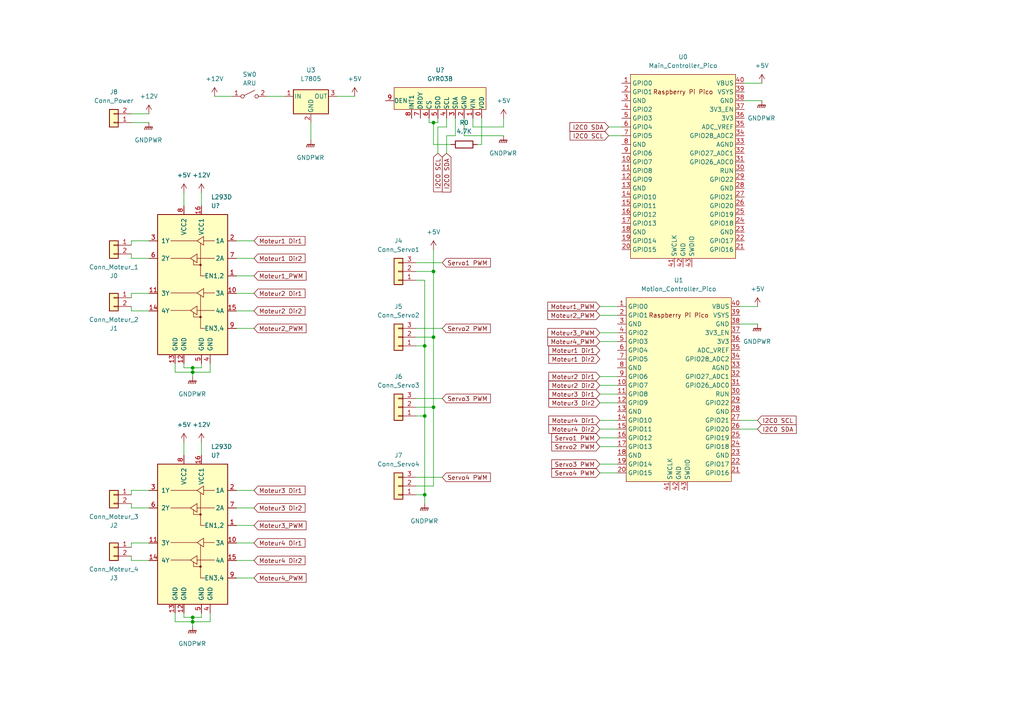
<source format=kicad_sch>
(kicad_sch (version 20211123) (generator eeschema)
  (paper "A4")
  (lib_symbols
    (symbol "Connector_Generic:Conn_01x02" (pin_names (offset 1.016) hide)
      (property "Reference" "J" (at 0 2.54 0))
      (property "Value" "Conn_01x02" (at 0 -5.08 0))
      (symbol "Conn_01x02_1_1"
        (rectangle (start -1.27 -2.413) (end 0 -2.667) (stroke (width 0.1524)))
        (rectangle (start -1.27 0.127) (end 0 -0.127) (stroke (width 0.1524)))
        (rectangle (start -1.27 1.27) (end 1.27 -3.81) (stroke (width 0.254)) (fill (type background)))
        (pin passive line (at -5.08 0 0) (length 3.81) (name "Pin_1") (number "1"))
        (pin passive line (at -5.08 -2.54 0) (length 3.81) (name "Pin_2") (number "2"))
      )
    )
    (symbol "Connector_Generic:Conn_01x03" (pin_names (offset 1.016) hide)
      (property "Reference" "J" (at 0 5.08 0))
      (property "Value" "Conn_01x03" (at 0 -5.08 0))
      (symbol "Conn_01x03_1_1"
        (rectangle (start -1.27 -2.413) (end 0 -2.667) (stroke (width 0.1524)))
        (rectangle (start -1.27 0.127) (end 0 -0.127) (stroke (width 0.1524)))
        (rectangle (start -1.27 2.667) (end 0 2.413) (stroke (width 0.1524)))
        (rectangle (start -1.27 3.81) (end 1.27 -3.81) (stroke (width 0.254)) (fill (type background)))
        (pin passive line (at -5.08 2.54 0) (length 3.81) (name "Pin_1") (number "1"))
        (pin passive line (at -5.08 0 0) (length 3.81) (name "Pin_2") (number "2"))
        (pin passive line (at -5.08 -2.54 0) (length 3.81) (name "Pin_3") (number "3"))
      )
    )
    (symbol "Device:R" (pin_numbers hide) (pin_names (offset 0))
      (property "Reference" "R" (at 2.032 0 90))
      (property "Value" "R" (at 0 0 90))
      (symbol "R_0_1"
        (rectangle (start -1.016 -2.54) (end 1.016 2.54) (stroke (width 0.254)))
      )
      (symbol "R_1_1"
        (pin passive line (at 0 3.81 270) (length 1.27) (name "~") (number "1"))
        (pin passive line (at 0 -3.81 90) (length 1.27) (name "~") (number "2"))
      )
    )
    (symbol "Driver_Motor:L293D" (pin_names (offset 1.016))
      (property "Reference" "U" (at -5.08 26.035 0))
      (property "Value" "L293D" (at -5.08 24.13 0))
      (symbol "L293D_0_1"
        (rectangle (start -10.16 22.86) (end 10.16 -17.78) (stroke (width 0.254)) (fill (type background)))
        (circle (center -2.286 -6.858) (radius 0.254) (fill (type outline)))
        (circle (center -2.286 8.255) (radius 0.254) (fill (type outline)))
        (polyline (pts (xy -6.35 -4.953) (xy -1.27 -4.953)))
        (polyline (pts (xy -6.35 0.127) (xy -3.175 0.127)))
        (polyline (pts (xy -6.35 10.16) (xy -1.27 10.16)))
        (polyline (pts (xy -6.35 15.24) (xy -3.175 15.24)))
        (polyline (pts (xy -1.27 0.127) (xy 6.35 0.127)))
        (polyline (pts (xy -1.27 15.24) (xy 6.35 15.24)))
        (polyline (pts (xy 0.635 -4.953) (xy 6.35 -4.953)))
        (polyline (pts (xy 0.635 10.16) (xy 6.35 10.16)))
        (polyline (pts (xy -2.286 -6.858) (xy -0.254 -6.858) (xy -0.254 -5.588)))
        (polyline (pts (xy -2.286 -0.635) (xy -2.286 -10.16) (xy -3.556 -10.16)))
        (polyline (pts (xy -2.286 8.255) (xy -0.254 8.255) (xy -0.254 9.525)))
        (polyline (pts (xy -2.286 14.478) (xy -2.286 5.08) (xy -3.556 5.08)))
        (polyline (pts (xy -3.175 1.397) (xy -3.175 -1.143) (xy -1.27 0.127) (xy -3.175 1.397)))
        (polyline (pts (xy -3.175 16.51) (xy -3.175 13.97) (xy -1.27 15.24) (xy -3.175 16.51)))
        (polyline (pts (xy -1.27 -3.683) (xy -1.27 -6.223) (xy 0.635 -4.953) (xy -1.27 -3.683)))
        (polyline (pts (xy -1.27 11.43) (xy -1.27 8.89) (xy 0.635 10.16) (xy -1.27 11.43)))
      )
      (symbol "L293D_1_1"
        (pin input line (at -12.7 5.08 0) (length 2.54) (name "EN1,2") (number "1"))
        (pin input line (at -12.7 0 0) (length 2.54) (name "3A") (number "10"))
        (pin output line (at 12.7 0 180) (length 2.54) (name "3Y") (number "11"))
        (pin power_in line (at 2.54 -20.32 90) (length 2.54) (name "GND") (number "12"))
        (pin power_in line (at 5.08 -20.32 90) (length 2.54) (name "GND") (number "13"))
        (pin output line (at 12.7 -5.08 180) (length 2.54) (name "4Y") (number "14"))
        (pin input line (at -12.7 -5.08 0) (length 2.54) (name "4A") (number "15"))
        (pin power_in line (at -2.54 25.4 270) (length 2.54) (name "VCC1") (number "16"))
        (pin input line (at -12.7 15.24 0) (length 2.54) (name "1A") (number "2"))
        (pin output line (at 12.7 15.24 180) (length 2.54) (name "1Y") (number "3"))
        (pin power_in line (at -5.08 -20.32 90) (length 2.54) (name "GND") (number "4"))
        (pin power_in line (at -2.54 -20.32 90) (length 2.54) (name "GND") (number "5"))
        (pin output line (at 12.7 10.16 180) (length 2.54) (name "2Y") (number "6"))
        (pin input line (at -12.7 10.16 0) (length 2.54) (name "2A") (number "7"))
        (pin power_in line (at 2.54 25.4 270) (length 2.54) (name "VCC2") (number "8"))
        (pin input line (at -12.7 -10.16 0) (length 2.54) (name "EN3,4") (number "9"))
      )
    )
    (symbol "GYR03B_Library:GYR03B" (pin_names (offset 0.002))
      (property "Reference" "U" (at 0 8.89 0))
      (property "Value" "GYR03B" (at 0 6.35 0))
      (symbol "GYR03B_0_1"
        (rectangle (start -13.97 1.27) (end 12.7 -5.08) (fill (type background)))
      )
      (symbol "GYR03B_1_1"
        (pin input line (at 11.43 -7.62 90) (length 2.54) (name "VDD") (number "0"))
        (pin input line (at 8.89 -7.62 90) (length 2.54) (name "VIN") (number "1"))
        (pin input line (at 6.35 -7.62 90) (length 2.54) (name "GND") (number "2"))
        (pin input line (at 3.81 -7.62 90) (length 2.54) (name "SDA") (number "3"))
        (pin input line (at 1.27 -7.62 90) (length 2.54) (name "SCL") (number "4"))
        (pin input line (at -1.27 -7.62 90) (length 2.54) (name "SDO") (number "5"))
        (pin input line (at -3.81 -7.62 90) (length 2.54) (name "CS") (number "6"))
        (pin input line (at -6.35 -7.62 90) (length 2.54) (name "DRDY") (number "7"))
        (pin input line (at -8.89 -7.62 90) (length 2.54) (name "INT1") (number "8"))
        (pin input line (at -16.51 -2.54 0) (length 2.54) (name "DEN") (number "9"))
      )
    )
    (symbol "MCU_RaspberryPi_and_Boards:Pico"
      (property "Reference" "U" (at -13.97 27.94 0))
      (property "Value" "Pico" (at 0 19.05 0))
      (symbol "Pico_0_0"
        (text "Raspberry Pi Pico" (at 0 21.59 0) (effects (font (size 1.27 1.27))))
      )
      (symbol "Pico_0_1"
        (rectangle (start -15.24 26.67) (end 15.24 -26.67) (fill (type background)))
      )
      (symbol "Pico_1_1"
        (pin bidirectional line (at -17.78 24.13 0) (length 2.54) (name "GPIO0") (number "1"))
        (pin bidirectional line (at -17.78 1.27 0) (length 2.54) (name "GPIO7") (number "10"))
        (pin bidirectional line (at -17.78 -1.27 0) (length 2.54) (name "GPIO8") (number "11"))
        (pin bidirectional line (at -17.78 -3.81 0) (length 2.54) (name "GPIO9") (number "12"))
        (pin power_in line (at -17.78 -6.35 0) (length 2.54) (name "GND") (number "13"))
        (pin bidirectional line (at -17.78 -8.89 0) (length 2.54) (name "GPIO10") (number "14"))
        (pin bidirectional line (at -17.78 -11.43 0) (length 2.54) (name "GPIO11") (number "15"))
        (pin bidirectional line (at -17.78 -13.97 0) (length 2.54) (name "GPIO12") (number "16"))
        (pin bidirectional line (at -17.78 -16.51 0) (length 2.54) (name "GPIO13") (number "17"))
        (pin power_in line (at -17.78 -19.05 0) (length 2.54) (name "GND") (number "18"))
        (pin bidirectional line (at -17.78 -21.59 0) (length 2.54) (name "GPIO14") (number "19"))
        (pin bidirectional line (at -17.78 21.59 0) (length 2.54) (name "GPIO1") (number "2"))
        (pin bidirectional line (at -17.78 -24.13 0) (length 2.54) (name "GPIO15") (number "20"))
        (pin bidirectional line (at 17.78 -24.13 180) (length 2.54) (name "GPIO16") (number "21"))
        (pin bidirectional line (at 17.78 -21.59 180) (length 2.54) (name "GPIO17") (number "22"))
        (pin power_in line (at 17.78 -19.05 180) (length 2.54) (name "GND") (number "23"))
        (pin bidirectional line (at 17.78 -16.51 180) (length 2.54) (name "GPIO18") (number "24"))
        (pin bidirectional line (at 17.78 -13.97 180) (length 2.54) (name "GPIO19") (number "25"))
        (pin bidirectional line (at 17.78 -11.43 180) (length 2.54) (name "GPIO20") (number "26"))
        (pin bidirectional line (at 17.78 -8.89 180) (length 2.54) (name "GPIO21") (number "27"))
        (pin power_in line (at 17.78 -6.35 180) (length 2.54) (name "GND") (number "28"))
        (pin bidirectional line (at 17.78 -3.81 180) (length 2.54) (name "GPIO22") (number "29"))
        (pin power_in line (at -17.78 19.05 0) (length 2.54) (name "GND") (number "3"))
        (pin input line (at 17.78 -1.27 180) (length 2.54) (name "RUN") (number "30"))
        (pin bidirectional line (at 17.78 1.27 180) (length 2.54) (name "GPIO26_ADC0") (number "31"))
        (pin bidirectional line (at 17.78 3.81 180) (length 2.54) (name "GPIO27_ADC1") (number "32"))
        (pin power_in line (at 17.78 6.35 180) (length 2.54) (name "AGND") (number "33"))
        (pin bidirectional line (at 17.78 8.89 180) (length 2.54) (name "GPIO28_ADC2") (number "34"))
        (pin power_in line (at 17.78 11.43 180) (length 2.54) (name "ADC_VREF") (number "35"))
        (pin power_in line (at 17.78 13.97 180) (length 2.54) (name "3V3") (number "36"))
        (pin input line (at 17.78 16.51 180) (length 2.54) (name "3V3_EN") (number "37"))
        (pin bidirectional line (at 17.78 19.05 180) (length 2.54) (name "GND") (number "38"))
        (pin power_in line (at 17.78 21.59 180) (length 2.54) (name "VSYS") (number "39"))
        (pin bidirectional line (at -17.78 16.51 0) (length 2.54) (name "GPIO2") (number "4"))
        (pin power_in line (at 17.78 24.13 180) (length 2.54) (name "VBUS") (number "40"))
        (pin input line (at -2.54 -29.21 90) (length 2.54) (name "SWCLK") (number "41"))
        (pin power_in line (at 0 -29.21 90) (length 2.54) (name "GND") (number "42"))
        (pin bidirectional line (at 2.54 -29.21 90) (length 2.54) (name "SWDIO") (number "43"))
        (pin bidirectional line (at -17.78 13.97 0) (length 2.54) (name "GPIO3") (number "5"))
        (pin bidirectional line (at -17.78 11.43 0) (length 2.54) (name "GPIO4") (number "6"))
        (pin bidirectional line (at -17.78 8.89 0) (length 2.54) (name "GPIO5") (number "7"))
        (pin power_in line (at -17.78 6.35 0) (length 2.54) (name "GND") (number "8"))
        (pin bidirectional line (at -17.78 3.81 0) (length 2.54) (name "GPIO6") (number "9"))
      )
    )
    (symbol "Regulator_Linear:L7805" (pin_names (offset 0.254))
      (property "Reference" "U" (at -3.81 3.175 0))
      (property "Value" "L7805" (at 0 3.175 0))
      (symbol "L7805_0_1"
        (rectangle (start -5.08 1.905) (end 5.08 -5.08) (stroke (width 0.254)) (fill (type background)))
      )
      (symbol "L7805_1_1"
        (pin power_in line (at -7.62 0 0) (length 2.54) (name "IN") (number "1"))
        (pin power_in line (at 0 -7.62 90) (length 2.54) (name "GND") (number "2"))
        (pin power_out line (at 7.62 0 180) (length 2.54) (name "OUT") (number "3"))
      )
    )
    (symbol "Switch:SW_SPST" (pin_names (offset 0) hide)
      (property "Reference" "SW" (at 0 3.175 0))
      (property "Value" "SW_SPST" (at 0 -2.54 0))
      (symbol "SW_SPST_0_0"
        (circle (center -2.032 0) (radius 0.508))
        (polyline (pts (xy -1.524 0.254) (xy 1.524 1.778)))
        (circle (center 2.032 0) (radius 0.508))
      )
      (symbol "SW_SPST_1_1"
        (pin passive line (at -5.08 0 0) (length 2.54) (name "A") (number "1"))
        (pin passive line (at 5.08 0 180) (length 2.54) (name "B") (number "2"))
      )
    )
    (symbol "power:+12V" (power) (pin_names (offset 0))
      (property "Value" "+12V" (at 0 3.556 0))
      (symbol "+12V_0_1"
        (polyline (pts (xy -0.762 1.27) (xy 0 2.54)))
        (polyline (pts (xy 0 0) (xy 0 2.54)))
        (polyline (pts (xy 0 2.54) (xy 0.762 1.27)))
      )
      (symbol "+12V_1_1"
        (pin power_in line (at 0 0 90) (length 0) hide (name "+12V") (number "1"))
      )
    )
    (symbol "power:+5V" (power) (pin_names (offset 0))
      (property "Value" "+5V" (at 0 3.556 0))
      (symbol "+5V_0_1"
        (polyline (pts (xy -0.762 1.27) (xy 0 2.54)))
        (polyline (pts (xy 0 0) (xy 0 2.54)))
        (polyline (pts (xy 0 2.54) (xy 0.762 1.27)))
      )
      (symbol "+5V_1_1"
        (pin power_in line (at 0 0 90) (length 0) hide (name "+5V") (number "1"))
      )
    )
    (symbol "power:GNDPWR" (power) (pin_names (offset 0))
      (property "Value" "GNDPWR" (at 0 -3.302 0))
      (symbol "GNDPWR_0_1"
        (polyline (pts (xy 0 -1.27) (xy 0 0)))
        (polyline (pts (xy -1.016 -1.27) (xy -1.27 -2.032) (xy -1.27 -2.032)) (stroke (width 0.2032)))
        (polyline (pts (xy -0.508 -1.27) (xy -0.762 -2.032) (xy -0.762 -2.032)) (stroke (width 0.2032)))
        (polyline (pts (xy 0 -1.27) (xy -0.254 -2.032) (xy -0.254 -2.032)) (stroke (width 0.2032)))
        (polyline (pts (xy 0.508 -1.27) (xy 0.254 -2.032) (xy 0.254 -2.032)) (stroke (width 0.2032)))
        (polyline (pts (xy 1.016 -1.27) (xy -1.016 -1.27) (xy -1.016 -1.27)) (stroke (width 0.2032)))
        (polyline (pts (xy 1.016 -1.27) (xy 0.762 -2.032) (xy 0.762 -2.032) (xy 0.762 -2.032)) (stroke (width 0.2032)))
      )
      (symbol "GNDPWR_1_1"
        (pin power_in line (at 0 0 270) (length 0) hide (name "GNDPWR") (number "1"))
      )
    )
  )
  (junction (at 123.19 143.51))
  (junction (at 125.73 78.74))
  (junction (at 123.19 100.33))
  (junction (at 55.88 179.07))
  (junction (at 55.88 180.34))
  (junction (at 125.73 97.79))
  (junction (at 125.73 118.11))
  (junction (at 55.88 107.95))
  (junction (at 55.88 106.68))
  (junction (at 123.19 120.65))
  (junction (at 125.73 35.56))
  (wire (pts (xy 38.1 162.56) (xy 43.18 162.56)))
  (wire (pts (xy 173.99 88.9) (xy 179.07 88.9)))
  (wire (pts (xy 120.65 115.57) (xy 128.27 115.57)))
  (wire (pts (xy 146.05 39.37) (xy 134.62 39.37)))
  (wire (pts (xy 55.88 106.68) (xy 55.88 107.95)))
  (wire (pts (xy 139.7 34.29) (xy 139.7 41.91)))
  (wire (pts (xy 146.05 36.83) (xy 146.05 34.29)))
  (wire (pts (xy 38.1 33.02) (xy 43.18 33.02)))
  (wire (pts (xy 125.73 118.11) (xy 125.73 97.79)))
  (wire (pts (xy 50.8 107.95) (xy 55.88 107.95)))
  (wire (pts (xy 130.81 41.91) (xy 125.73 41.91)))
  (wire (pts (xy 50.8 177.8) (xy 50.8 180.34)))
  (wire (pts (xy 132.08 34.29) (xy 132.08 39.37)))
  (wire (pts (xy 90.17 35.56) (xy 90.17 40.64)))
  (wire (pts (xy 62.23 27.94) (xy 67.31 27.94)))
  (wire (pts (xy 38.1 69.85) (xy 38.1 71.12)))
  (wire (pts (xy 58.42 105.41) (xy 58.42 106.68)))
  (wire (pts (xy 219.71 121.92) (xy 214.63 121.92)))
  (wire (pts (xy 55.88 179.07) (xy 55.88 180.34)))
  (wire (pts (xy 73.66 147.32) (xy 68.58 147.32)))
  (wire (pts (xy 55.88 180.34) (xy 55.88 181.61)))
  (wire (pts (xy 120.65 118.11) (xy 125.73 118.11)))
  (wire (pts (xy 53.34 55.88) (xy 53.34 59.69)))
  (wire (pts (xy 176.53 39.37) (xy 180.34 39.37)))
  (wire (pts (xy 120.65 81.28) (xy 123.19 81.28)))
  (wire (pts (xy 139.7 41.91) (xy 138.43 41.91)))
  (wire (pts (xy 120.65 76.2) (xy 128.27 76.2)))
  (wire (pts (xy 73.66 90.17) (xy 68.58 90.17)))
  (wire (pts (xy 38.1 88.9) (xy 38.1 90.17)))
  (wire (pts (xy 120.65 97.79) (xy 125.73 97.79)))
  (wire (pts (xy 215.9 24.13) (xy 220.98 24.13)))
  (wire (pts (xy 173.99 129.54) (xy 179.07 129.54)))
  (wire (pts (xy 38.1 157.48) (xy 38.1 158.75)))
  (wire (pts (xy 73.66 80.01) (xy 68.58 80.01)))
  (wire (pts (xy 173.99 96.52) (xy 179.07 96.52)))
  (wire (pts (xy 219.71 124.46) (xy 214.63 124.46)))
  (wire (pts (xy 124.46 35.56) (xy 125.73 35.56)))
  (wire (pts (xy 123.19 120.65) (xy 123.19 143.51)))
  (wire (pts (xy 173.99 121.92) (xy 179.07 121.92)))
  (wire (pts (xy 58.42 128.27) (xy 58.42 132.08)))
  (wire (pts (xy 123.19 146.05) (xy 123.19 143.51)))
  (wire (pts (xy 173.99 127) (xy 179.07 127)))
  (wire (pts (xy 125.73 78.74) (xy 120.65 78.74)))
  (wire (pts (xy 120.65 140.97) (xy 125.73 140.97)))
  (wire (pts (xy 125.73 140.97) (xy 125.73 118.11)))
  (wire (pts (xy 55.88 107.95) (xy 55.88 109.22)))
  (wire (pts (xy 58.42 179.07) (xy 55.88 179.07)))
  (wire (pts (xy 38.1 35.56) (xy 43.18 35.56)))
  (wire (pts (xy 43.18 142.24) (xy 38.1 142.24)))
  (wire (pts (xy 173.99 134.62) (xy 179.07 134.62)))
  (wire (pts (xy 58.42 55.88) (xy 58.42 59.69)))
  (wire (pts (xy 173.99 114.3) (xy 179.07 114.3)))
  (wire (pts (xy 125.73 97.79) (xy 125.73 78.74)))
  (wire (pts (xy 73.66 95.25) (xy 68.58 95.25)))
  (wire (pts (xy 38.1 142.24) (xy 38.1 143.51)))
  (wire (pts (xy 173.99 137.16) (xy 179.07 137.16)))
  (wire (pts (xy 173.99 91.44) (xy 179.07 91.44)))
  (wire (pts (xy 53.34 177.8) (xy 53.34 179.07)))
  (wire (pts (xy 58.42 177.8) (xy 58.42 179.07)))
  (wire (pts (xy 53.34 106.68) (xy 55.88 106.68)))
  (wire (pts (xy 120.65 138.43) (xy 128.27 138.43)))
  (wire (pts (xy 68.58 74.93) (xy 73.66 74.93)))
  (wire (pts (xy 43.18 85.09) (xy 38.1 85.09)))
  (wire (pts (xy 97.79 27.94) (xy 102.87 27.94)))
  (wire (pts (xy 127 34.29) (xy 127 35.56)))
  (wire (pts (xy 73.66 85.09) (xy 68.58 85.09)))
  (wire (pts (xy 38.1 85.09) (xy 38.1 86.36)))
  (wire (pts (xy 127 35.56) (xy 125.73 35.56)))
  (wire (pts (xy 125.73 72.39) (xy 125.73 78.74)))
  (wire (pts (xy 214.63 93.98) (xy 219.71 93.98)))
  (wire (pts (xy 60.96 180.34) (xy 55.88 180.34)))
  (wire (pts (xy 68.58 69.85) (xy 73.66 69.85)))
  (wire (pts (xy 50.8 105.41) (xy 50.8 107.95)))
  (wire (pts (xy 38.1 147.32) (xy 43.18 147.32)))
  (wire (pts (xy 127 36.83) (xy 129.54 36.83)))
  (wire (pts (xy 214.63 88.9) (xy 219.71 88.9)))
  (wire (pts (xy 38.1 161.29) (xy 38.1 162.56)))
  (wire (pts (xy 60.96 177.8) (xy 60.96 180.34)))
  (wire (pts (xy 173.99 116.84) (xy 179.07 116.84)))
  (wire (pts (xy 60.96 105.41) (xy 60.96 107.95)))
  (wire (pts (xy 53.34 128.27) (xy 53.34 132.08)))
  (wire (pts (xy 53.34 179.07) (xy 55.88 179.07)))
  (wire (pts (xy 38.1 73.66) (xy 38.1 74.93)))
  (wire (pts (xy 129.54 39.37) (xy 132.08 39.37)))
  (wire (pts (xy 43.18 157.48) (xy 38.1 157.48)))
  (wire (pts (xy 58.42 106.68) (xy 55.88 106.68)))
  (wire (pts (xy 120.65 120.65) (xy 123.19 120.65)))
  (wire (pts (xy 53.34 105.41) (xy 53.34 106.68)))
  (wire (pts (xy 137.16 36.83) (xy 146.05 36.83)))
  (wire (pts (xy 173.99 124.46) (xy 179.07 124.46)))
  (wire (pts (xy 124.46 34.29) (xy 124.46 35.56)))
  (wire (pts (xy 73.66 152.4) (xy 68.58 152.4)))
  (wire (pts (xy 123.19 81.28) (xy 123.19 100.33)))
  (wire (pts (xy 73.66 157.48) (xy 68.58 157.48)))
  (wire (pts (xy 73.66 162.56) (xy 68.58 162.56)))
  (wire (pts (xy 38.1 90.17) (xy 43.18 90.17)))
  (wire (pts (xy 43.18 69.85) (xy 38.1 69.85)))
  (wire (pts (xy 176.53 36.83) (xy 180.34 36.83)))
  (wire (pts (xy 129.54 34.29) (xy 129.54 36.83)))
  (wire (pts (xy 173.99 109.22) (xy 179.07 109.22)))
  (wire (pts (xy 127 44.45) (xy 127 36.83)))
  (wire (pts (xy 50.8 180.34) (xy 55.88 180.34)))
  (wire (pts (xy 173.99 99.06) (xy 179.07 99.06)))
  (wire (pts (xy 60.96 107.95) (xy 55.88 107.95)))
  (wire (pts (xy 73.66 167.64) (xy 68.58 167.64)))
  (wire (pts (xy 173.99 111.76) (xy 179.07 111.76)))
  (wire (pts (xy 125.73 35.56) (xy 125.73 41.91)))
  (wire (pts (xy 123.19 143.51) (xy 120.65 143.51)))
  (wire (pts (xy 129.54 44.45) (xy 129.54 39.37)))
  (wire (pts (xy 38.1 74.93) (xy 43.18 74.93)))
  (wire (pts (xy 134.62 34.29) (xy 134.62 39.37)))
  (wire (pts (xy 120.65 100.33) (xy 123.19 100.33)))
  (wire (pts (xy 73.66 142.24) (xy 68.58 142.24)))
  (wire (pts (xy 38.1 146.05) (xy 38.1 147.32)))
  (wire (pts (xy 123.19 100.33) (xy 123.19 120.65)))
  (wire (pts (xy 137.16 36.83) (xy 137.16 34.29)))
  (wire (pts (xy 77.47 27.94) (xy 82.55 27.94)))
  (wire (pts (xy 215.9 29.21) (xy 220.98 29.21)))
  (wire (pts (xy 120.65 95.25) (xy 128.27 95.25)))
  (global_label "Moteur2 Dir2" (shape input) (at 73.66 90.17 0) (property "Références Inter-Feuilles" "${INTERSHEET_REFS}" (effects hide)))
  (global_label "Moteur1 Dir2" (shape input) (at 173.99 104.14 180) (property "Références Inter-Feuilles" "${INTERSHEET_REFS}" (effects hide)))
  (global_label "Servo2 PWM" (shape input) (at 128.27 95.25 0) (property "Références Inter-Feuilles" "${INTERSHEET_REFS}" (effects hide)))
  (global_label "Moteur2_PWM" (shape input) (at 73.66 95.25 0) (property "Références Inter-Feuilles" "${INTERSHEET_REFS}" (effects hide)))
  (global_label "Moteur1 Dir1" (shape input) (at 173.99 101.6 180) (property "Références Inter-Feuilles" "${INTERSHEET_REFS}" (effects hide)))
  (global_label "Moteur4 Dir2" (shape input) (at 73.66 162.56 0) (property "Références Inter-Feuilles" "${INTERSHEET_REFS}" (effects hide)))
  (global_label "Servo3 PWM" (shape input) (at 128.27 115.57 0) (property "Références Inter-Feuilles" "${INTERSHEET_REFS}" (effects hide)))
  (global_label "Moteur1_PWM" (shape input) (at 73.66 80.01 0) (property "Références Inter-Feuilles" "${INTERSHEET_REFS}" (effects hide)))
  (global_label "Moteur4 Dir1" (shape input) (at 173.99 121.92 180) (property "Références Inter-Feuilles" "${INTERSHEET_REFS}" (effects hide)))
  (global_label "Servo1 PWM" (shape input) (at 128.27 76.2 0) (property "Références Inter-Feuilles" "${INTERSHEET_REFS}" (effects hide)))
  (global_label "Moteur1 Dir1" (shape input) (at 73.66 69.85 0) (property "Références Inter-Feuilles" "${INTERSHEET_REFS}" (effects hide)))
  (global_label "Moteur3 Dir2" (shape input) (at 173.99 116.84 180) (property "Références Inter-Feuilles" "${INTERSHEET_REFS}" (effects hide)))
  (global_label "Moteur2 Dir1" (shape input) (at 73.66 85.09 0) (property "Références Inter-Feuilles" "${INTERSHEET_REFS}" (effects hide)))
  (global_label "Moteur4 Dir2" (shape input) (at 173.99 124.46 180) (property "Références Inter-Feuilles" "${INTERSHEET_REFS}" (effects hide)))
  (global_label "Servo1 PWM" (shape input) (at 173.99 127 180) (property "Références Inter-Feuilles" "${INTERSHEET_REFS}" (effects hide)))
  (global_label "Moteur4_PWM" (shape input) (at 173.99 99.06 180) (property "Références Inter-Feuilles" "${INTERSHEET_REFS}" (effects hide)))
  (global_label "Moteur4_PWM" (shape input) (at 73.66 167.64 0) (property "Références Inter-Feuilles" "${INTERSHEET_REFS}" (effects hide)))
  (global_label "Moteur3 Dir2" (shape input) (at 73.66 147.32 0) (property "Références Inter-Feuilles" "${INTERSHEET_REFS}" (effects hide)))
  (global_label "Moteur1_PWM" (shape input) (at 173.99 88.9 180) (property "Références Inter-Feuilles" "${INTERSHEET_REFS}" (effects hide)))
  (global_label "Moteur3 Dir1" (shape input) (at 173.99 114.3 180) (property "Références Inter-Feuilles" "${INTERSHEET_REFS}" (effects hide)))
  (global_label "Servo3 PWM" (shape input) (at 173.99 134.62 180) (property "Références Inter-Feuilles" "${INTERSHEET_REFS}" (effects hide)))
  (global_label "Moteur2 Dir2" (shape input) (at 173.99 111.76 180) (property "Références Inter-Feuilles" "${INTERSHEET_REFS}" (effects hide)))
  (global_label "Moteur3 Dir1" (shape input) (at 73.66 142.24 0) (property "Références Inter-Feuilles" "${INTERSHEET_REFS}" (effects hide)))
  (global_label "Moteur2_PWM" (shape input) (at 173.99 91.44 180) (property "Références Inter-Feuilles" "${INTERSHEET_REFS}" (effects hide)))
  (global_label "Moteur3_PWM" (shape input) (at 73.66 152.4 0) (property "Références Inter-Feuilles" "${INTERSHEET_REFS}" (effects hide)))
  (global_label "I2C0 SDA" (shape input) (at 129.54 44.45 270) (property "Références Inter-Feuilles" "${INTERSHEET_REFS}" (effects hide)))
  (global_label "Moteur1 Dir2" (shape input) (at 73.66 74.93 0) (property "Références Inter-Feuilles" "${INTERSHEET_REFS}" (effects hide)))
  (global_label "Servo2 PWM" (shape input) (at 173.99 129.54 180) (property "Références Inter-Feuilles" "${INTERSHEET_REFS}" (effects hide)))
  (global_label "I2C0 SDA" (shape input) (at 219.71 124.46 0) (property "Références Inter-Feuilles" "${INTERSHEET_REFS}" (effects hide)))
  (global_label "Servo4 PWM" (shape input) (at 173.99 137.16 180) (property "Références Inter-Feuilles" "${INTERSHEET_REFS}" (effects hide)))
  (global_label "Servo4 PWM" (shape input) (at 128.27 138.43 0) (property "Références Inter-Feuilles" "${INTERSHEET_REFS}" (effects hide)))
  (global_label "I2C0 SCL" (shape input) (at 176.53 39.37 180) (property "Références Inter-Feuilles" "${INTERSHEET_REFS}" (effects hide)))
  (global_label "Moteur2 Dir1" (shape input) (at 173.99 109.22 180) (property "Références Inter-Feuilles" "${INTERSHEET_REFS}" (effects hide)))
  (global_label "Moteur4 Dir1" (shape input) (at 73.66 157.48 0) (property "Références Inter-Feuilles" "${INTERSHEET_REFS}" (effects hide)))
  (global_label "I2C0 SCL" (shape input) (at 127 44.45 270) (property "Références Inter-Feuilles" "${INTERSHEET_REFS}" (effects hide)))
  (global_label "Moteur3_PWM" (shape input) (at 173.99 96.52 180) (property "Références Inter-Feuilles" "${INTERSHEET_REFS}" (effects hide)))
  (global_label "I2C0 SDA" (shape input) (at 176.53 36.83 180) (property "Références Inter-Feuilles" "${INTERSHEET_REFS}" (effects hide)))
  (global_label "I2C0 SCL" (shape input) (at 219.71 121.92 0) (property "Références Inter-Feuilles" "${INTERSHEET_REFS}" (effects hide)))
  (symbol (lib_id "power:GNDPWR") (at 123.19 146.05 0) (unit 1)
    (property "Reference" "#PWR?" (effects hide))
    (property "Value" "GNDPWR" (at 123.063 151.13 0))
  )
  (symbol (lib_id "power:GNDPWR") (at 219.71 93.98 0) (unit 1)
    (property "Reference" "#PWR?" (effects hide))
    (property "Value" "GNDPWR" (at 219.583 99.06 0))
  )
  (symbol (lib_id "power:+12V") (at 58.42 55.88 0) (unit 1)
    (property "Reference" "#PWR?" (effects hide))
    (property "Value" "+12V" (at 58.42 50.8 0))
  )
  (symbol (lib_id "Driver_Motor:L293D") (at 55.88 157.48 0) (mirror y) (unit 1)
    (property "Reference" "U?" (at 61.1887 132.08 0) (effects (justify right)))
    (property "Value" "L293D" (at 61.1887 129.54 0) (effects (justify right)))
    (property "Footprint" "Package_DIP:DIP-16_W7.62mm" (effects hide))
    (property "Datasheet" "http://www.ti.com/lit/ds/symlink/l293.pdf" (effects hide))
  )
  (symbol (lib_id "power:+12V") (at 43.18 33.02 0) (unit 1)
    (property "Reference" "#PWR?" (effects hide))
    (property "Value" "+12V" (at 43.18 27.94 0))
  )
  (symbol (lib_id "Connector_Generic:Conn_01x02") (at 33.02 35.56 180) (unit 1)
    (property "Reference" "J8" (at 33.02 26.67 0))
    (property "Value" "Conn_Power" (at 33.02 29.21 0))
  )
  (symbol (lib_id "Connector_Generic:Conn_01x02") (at 33.02 71.12 0) (mirror y) (unit 1)
    (property "Reference" "J0" (at 33.02 80.01 0))
    (property "Value" "Conn_Moteur_1" (at 33.02 77.47 0))
  )
  (symbol (lib_id "power:+5V") (at 219.71 88.9 0) (unit 1)
    (property "Reference" "#PWR?" (effects hide))
    (property "Value" "+5V" (at 219.71 83.82 0))
  )
  (symbol (lib_id "power:+12V") (at 62.23 27.94 0) (unit 1)
    (property "Reference" "#PWR?" (effects hide))
    (property "Value" "+12V" (at 62.23 22.86 0))
  )
  (symbol (lib_id "power:GNDPWR") (at 43.18 35.56 0) (unit 1)
    (property "Reference" "#PWR?" (effects hide))
    (property "Value" "GNDPWR" (at 43.053 40.64 0))
  )
  (symbol (lib_id "Regulator_Linear:L7805") (at 90.17 27.94 0) (unit 1)
    (property "Reference" "U3" (at 90.17 20.32 0))
    (property "Value" "L7805" (at 90.17 22.86 0))
    (property "Datasheet" "http://www.st.com/content/ccc/resource/technical/document/datasheet/41/4f/b3/b0/12/d4/47/88/CD00000444.pdf/files/CD00000444.pdf/jcr:content/translations/en.CD00000444.pdf" (effects hide))
  )
  (symbol (lib_id "power:+5V") (at 53.34 55.88 0) (unit 1)
    (property "Reference" "#PWR?" (effects hide))
    (property "Value" "+5V" (at 53.34 50.8 0))
  )
  (symbol (lib_id "power:+5V") (at 53.34 128.27 0) (unit 1)
    (property "Reference" "#PWR?" (effects hide))
    (property "Value" "+5V" (at 53.34 123.19 0))
  )
  (symbol (lib_id "Device:R") (at 134.62 41.91 90) (mirror x) (unit 1)
    (property "Reference" "R0" (at 134.62 35.56 90))
    (property "Value" "4.7K" (at 134.62 38.1 90))
  )
  (symbol (lib_id "power:GNDPWR") (at 55.88 181.61 0) (unit 1)
    (property "Reference" "#PWR?" (effects hide))
    (property "Value" "GNDPWR" (at 55.753 186.69 0))
  )
  (symbol (lib_id "Driver_Motor:L293D") (at 55.88 85.09 0) (mirror y) (unit 1)
    (property "Reference" "U?" (at 61.1887 59.69 0) (effects (justify right)))
    (property "Value" "L293D" (at 61.1887 57.15 0) (effects (justify right)))
    (property "Footprint" "Package_DIP:DIP-16_W7.62mm" (effects hide))
    (property "Datasheet" "http://www.ti.com/lit/ds/symlink/l293.pdf" (effects hide))
  )
  (symbol (lib_id "power:+5V") (at 125.73 72.39 0) (unit 1)
    (property "Reference" "#PWR?" (effects hide))
    (property "Value" "+5V" (at 125.73 67.31 0))
  )
  (symbol (lib_id "power:GNDPWR") (at 55.88 109.22 0) (unit 1)
    (property "Reference" "#PWR?" (effects hide))
    (property "Value" "GNDPWR" (at 55.753 114.3 0))
  )
  (symbol (lib_id "power:+5V") (at 220.98 24.13 0) (unit 1)
    (property "Reference" "#PWR?" (effects hide))
    (property "Value" "+5V" (at 220.98 19.05 0))
  )
  (symbol (lib_id "power:+12V") (at 58.42 128.27 0) (unit 1)
    (property "Reference" "#PWR?" (effects hide))
    (property "Value" "+12V" (at 58.42 123.19 0))
  )
  (symbol (lib_id "MCU_RaspberryPi_and_Boards:Pico") (at 198.12 48.26 0) (unit 1)
    (property "Reference" "U0" (at 198.12 16.51 0))
    (property "Value" "Main_Controller_Pico" (at 198.12 19.05 0))
    (property "Footprint" "RPi_Pico:RPi_Pico_SMD_TH" (effects hide))
  )
  (symbol (lib_id "Connector_Generic:Conn_01x03") (at 115.57 97.79 180) (unit 1)
    (property "Reference" "J5" (at 115.57 88.9 0))
    (property "Value" "Conn_Servo2" (at 115.57 91.44 0))
  )
  (symbol (lib_id "power:+5V") (at 146.05 34.29 0) (unit 1)
    (property "Reference" "#PWR?" (effects hide))
    (property "Value" "+5V" (at 146.05 29.21 0))
  )
  (symbol (lib_id "GYR03B_Library:GYR03B") (at 128.27 26.67 0) (unit 1)
    (property "Reference" "U?" (at 127.635 20.32 0))
    (property "Value" "GYR03B" (at 127.635 22.86 0))
  )
  (symbol (lib_id "power:+5V") (at 102.87 27.94 0) (unit 1)
    (property "Reference" "#PWR?" (effects hide))
    (property "Value" "+5V" (at 102.87 22.86 0))
  )
  (symbol (lib_id "Connector_Generic:Conn_01x02") (at 33.02 86.36 0) (mirror y) (unit 1)
    (property "Reference" "J1" (at 33.02 95.25 0))
    (property "Value" "Conn_Moteur_2" (at 33.02 92.71 0))
  )
  (symbol (lib_id "Connector_Generic:Conn_01x02") (at 33.02 143.51 0) (mirror y) (unit 1)
    (property "Reference" "J2" (at 33.02 152.4 0))
    (property "Value" "Conn_Moteur_3" (at 33.02 149.86 0))
  )
  (symbol (lib_id "power:GNDPWR") (at 90.17 40.64 0) (unit 1)
    (property "Reference" "#PWR?" (effects hide))
    (property "Value" "GNDPWR" (at 90.043 45.72 0))
  )
  (symbol (lib_id "Connector_Generic:Conn_01x03") (at 115.57 118.11 180) (unit 1)
    (property "Reference" "J6" (at 115.57 109.22 0))
    (property "Value" "Conn_Servo3" (at 115.57 111.76 0))
  )
  (symbol (lib_id "power:GNDPWR") (at 220.98 29.21 0) (unit 1)
    (property "Reference" "#PWR?" (effects hide))
    (property "Value" "GNDPWR" (at 220.853 34.29 0))
  )
  (symbol (lib_id "power:GNDPWR") (at 146.05 39.37 0) (unit 1)
    (property "Reference" "#PWR?" (effects hide))
    (property "Value" "GNDPWR" (at 145.923 44.45 0))
  )
  (symbol (lib_id "Connector_Generic:Conn_01x02") (at 33.02 158.75 0) (mirror y) (unit 1)
    (property "Reference" "J3" (at 33.02 167.64 0))
    (property "Value" "Conn_Moteur_4" (at 33.02 165.1 0))
  )
  (symbol (lib_id "MCU_RaspberryPi_and_Boards:Pico") (at 196.85 113.03 0) (unit 1)
    (property "Reference" "U1" (at 196.85 81.28 0))
    (property "Value" "Motion_Controller_Pico" (at 196.85 83.82 0))
    (property "Footprint" "RPi_Pico:RPi_Pico_SMD_TH" (effects hide))
  )
  (symbol (lib_id "Connector_Generic:Conn_01x03") (at 115.57 78.74 180) (unit 1)
    (property "Reference" "J4" (at 115.57 69.85 0))
    (property "Value" "Conn_Servo1" (at 115.57 72.39 0))
  )
  (symbol (lib_id "Switch:SW_SPST") (at 72.39 27.94 0) (unit 1)
    (property "Reference" "SW0" (at 72.39 21.59 0))
    (property "Value" "ARU" (at 72.39 24.13 0))
  )
  (symbol (lib_id "Connector_Generic:Conn_01x03") (at 115.57 140.97 180) (unit 1)
    (property "Reference" "J7" (at 115.57 132.08 0))
    (property "Value" "Conn_Servo4" (at 115.57 134.62 0))
  )
)
</source>
